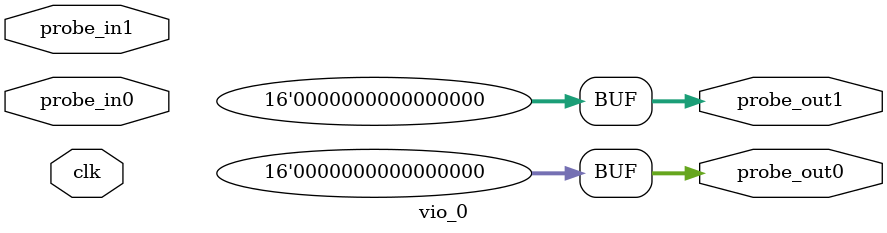
<source format=v>
`timescale 1ns / 1ps
module vio_0 (
clk,
probe_in0,probe_in1,
probe_out0,
probe_out1
);

input clk;
input [15 : 0] probe_in0;
input [0 : 0] probe_in1;

output reg [15 : 0] probe_out0 = 'h0000 ;
output reg [15 : 0] probe_out1 = 'h0000 ;


endmodule

</source>
